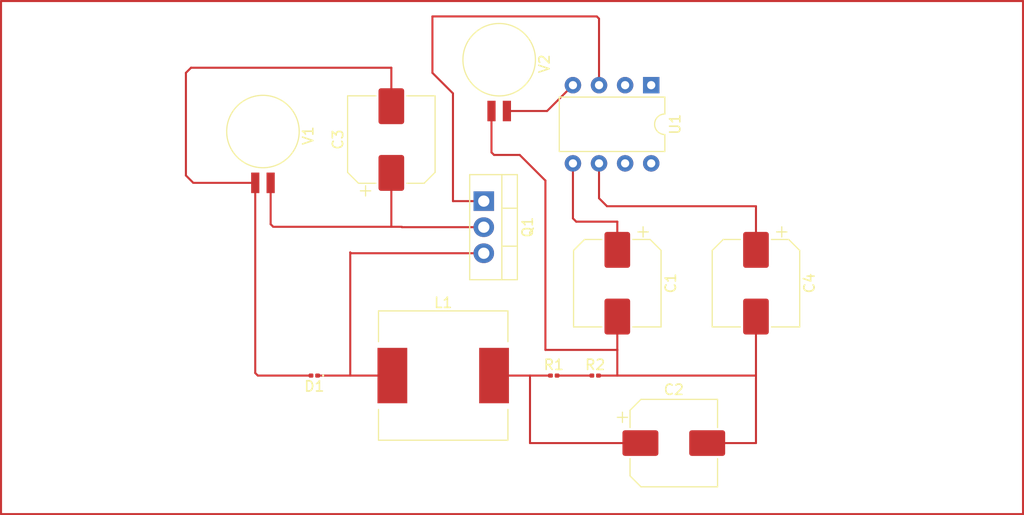
<source format=kicad_pcb>
(kicad_pcb (version 20240108) (generator "pcbnew") (generator_version "8.0")
  (layers (0 "F.Cu" signal) (31 "B.Cu" signal) (34 "B.Paste" user) (35 "F.Paste" user) (36 "B.SilkS" user "B.Silkscreen") (37 "F.SilkS" user "F.Silkscreen") (38 "B.Mask" user) (39 "F.Mask" user) (44 "Edge.Cuts" user))
  (net 0 "")
  (net 1 "Net-(U1-DIS)")
  (net 2 "/Vout")
  (net 3 "GND")
  (net 4 "Net-(Q1-G)")
  (net 5 "Net-(D1-K)")
  (net 6 "Net-(Q1-D)")
  (net 7 "Net-(U1-R)")
  (net 8 "Net-(U1-CV)")
  (footprint "Inductor_SMD:L_12x12mm_H6mm" (layer "F.Cu") (at 171.55 120.5)
    (property "Reference" "L1" (at 0 -7.1 0) (layer "F.SilkS"))
    (property "Value" "33uH")
    (fp_line (start -6.3 -6.3) (end 6.3 -6.3) (stroke (width 0.12)) (layer "F.SilkS"))
    (fp_line (start -6.3 -3.3) (end -6.3 -6.3) (stroke (width 0.12)) (layer "F.SilkS"))
    (fp_line (start -6.3 6.3) (end -6.3 3.3) (stroke (width 0.12)) (layer "F.SilkS"))
    (fp_line (start 6.3 -6.3) (end 6.3 -3.3) (stroke (width 0.12)) (layer "F.SilkS"))
    (fp_line (start 6.3 3.3) (end 6.3 6.3) (stroke (width 0.12)) (layer "F.SilkS"))
    (fp_line (start 6.3 6.3) (end -6.3 6.3) (stroke (width 0.12)) (layer "F.SilkS"))
    (pad "1" smd rect (at -4.95 0) (size 2.9 5.4) (layers "F.Cu" "F.Paste" "F.Mask") (net 5 "Net-(D1-K)"))
    (pad "2" smd rect (at 4.95 0) (size 2.9 5.4) (layers "F.Cu" "F.Paste" "F.Mask") (net 2 "/Vout"))
  )
  (footprint "Capacitor_SMD:CP_Elec_8x10" (layer "F.Cu") (at 188.5 111.5 -90)
    (property "Reference" "C1" (at 0 -5.2 90) (layer "F.SilkS"))
    (property "Value" "10nF")
    (fp_line (start -3.195563 4.26) (end 4.26 4.26) (stroke (width 0.12)) (layer "F.SilkS"))
    (fp_line (start 4.26 4.26) (end 4.26 1.51) (stroke (width 0.12)) (layer "F.SilkS"))
    (fp_line (start -4.26 3.195563) (end -3.195563 4.26) (stroke (width 0.12)) (layer "F.SilkS"))
    (fp_line (start -4.26 3.195563) (end -4.26 1.51) (stroke (width 0.12)) (layer "F.SilkS"))
    (fp_line (start -5.5 -2.51) (end -4.5 -2.51) (stroke (width 0.12)) (layer "F.SilkS"))
    (fp_line (start -5 -3.01) (end -5 -2.01) (stroke (width 0.12)) (layer "F.SilkS"))
    (fp_line (start -4.26 -3.195563) (end -4.26 -1.51) (stroke (width 0.12)) (layer "F.SilkS"))
    (fp_line (start -4.26 -3.195563) (end -3.195563 -4.26) (stroke (width 0.12)) (layer "F.SilkS"))
    (fp_line (start -3.195563 -4.26) (end 4.26 -4.26) (stroke (width 0.12)) (layer "F.SilkS"))
    (fp_line (start 4.26 -4.26) (end 4.26 -1.51) (stroke (width 0.12)) (layer "F.SilkS"))
    (pad "1" smd roundrect (at -3.25 0 270) (size 3.5 2.5) (layers "F.Cu" "F.Paste" "F.Mask") (roundrect_rratio 0.1) (net 8 "Net-(U1-CV)"))
    (pad "2" smd roundrect (at 3.25 0 270) (size 3.5 2.5) (layers "F.Cu" "F.Paste" "F.Mask") (roundrect_rratio 0.1) (net 3 "GND"))
  )
  (footprint "Battery:BatteryHolder_Seiko_MS621F" (layer "F.Cu") (at 177 94.718102 -90)
    (property "Reference" "V2" (at -4.6 -4.4 90) (layer "F.SilkS"))
    (property "Value" "12V")
    (fp_circle (center -5 0) (end -1.47 0) (stroke (width 0.12)) (fill none) (layer "F.SilkS"))
    (pad "1" smd rect (at 0 -0.75 270) (size 2 0.8) (layers "F.Cu" "F.Paste" "F.Mask") (net 7 "Net-(U1-R)"))
    (pad "2" smd rect (at 0 0.75 270) (size 2 0.8) (layers "F.Cu" "F.Paste" "F.Mask") (net 3 "GND"))
  )
  (footprint "Capacitor_SMD:CP_Elec_8x10" (layer "F.Cu") (at 166.5 97.5 90)
    (property "Reference" "C3" (at 0 -5.2 90) (layer "F.SilkS"))
    (property "Value" "22uF")
    (fp_line (start 4.26 -4.26) (end 4.26 -1.51) (stroke (width 0.12)) (layer "F.SilkS"))
    (fp_line (start -3.195563 -4.26) (end 4.26 -4.26) (stroke (width 0.12)) (layer "F.SilkS"))
    (fp_line (start -4.26 -3.195563) (end -3.195563 -4.26) (stroke (width 0.12)) (layer "F.SilkS"))
    (fp_line (start -4.26 -3.195563) (end -4.26 -1.51) (stroke (width 0.12)) (layer "F.SilkS"))
    (fp_line (start -5 -3.01) (end -5 -2.01) (stroke (width 0.12)) (layer "F.SilkS"))
    (fp_line (start -5.5 -2.51) (end -4.5 -2.51) (stroke (width 0.12)) (layer "F.SilkS"))
    (fp_line (start -4.26 3.195563) (end -4.26 1.51) (stroke (width 0.12)) (layer "F.SilkS"))
    (fp_line (start -4.26 3.195563) (end -3.195563 4.26) (stroke (width 0.12)) (layer "F.SilkS"))
    (fp_line (start 4.26 4.26) (end 4.26 1.51) (stroke (width 0.12)) (layer "F.SilkS"))
    (fp_line (start -3.195563 4.26) (end 4.26 4.26) (stroke (width 0.12)) (layer "F.SilkS"))
    (pad "1" smd roundrect (at -3.25 0 90) (size 3.5 2.5) (layers "F.Cu" "F.Paste" "F.Mask") (roundrect_rratio 0.1) (net 6 "Net-(Q1-D)"))
    (pad "2" smd roundrect (at 3.25 0 90) (size 3.5 2.5) (layers "F.Cu" "F.Paste" "F.Mask") (roundrect_rratio 0.1) (net 3 "GND"))
  )
  (footprint "Resistor_SMD:R_0201_0603Metric" (layer "F.Cu") (at 182.315 120.5)
    (property "Reference" "R1" (at 0 -1.05 0) (layer "F.SilkS"))
    (property "Value" "1k")
    (pad "1" smd roundrect (at -0.32 0) (size 0.46 0.4) (layers "F.Cu" "F.Mask") (net 2 "/Vout"))
    (pad "2" smd roundrect (at 0.32 0) (size 0.46 0.4) (layers "F.Cu" "F.Mask") (net 1 "Net-(U1-DIS)"))
  )
  (footprint "Capacitor_SMD:CP_Elec_8x10" (layer "F.Cu") (at 194 127.08)
    (property "Reference" "C2" (at 0 -5.2 0) (layer "F.SilkS"))
    (property "Value" "47uF")
    (fp_line (start -5.5 -2.51) (end -4.5 -2.51) (stroke (width 0.12)) (layer "F.SilkS"))
    (fp_line (start -5 -3.01) (end -5 -2.01) (stroke (width 0.12)) (layer "F.SilkS"))
    (fp_line (start -4.26 -3.195563) (end -4.26 -1.51) (stroke (width 0.12)) (layer "F.SilkS"))
    (fp_line (start -4.26 -3.195563) (end -3.195563 -4.26) (stroke (width 0.12)) (layer "F.SilkS"))
    (fp_line (start -4.26 3.195563) (end -4.26 1.51) (stroke (width 0.12)) (layer "F.SilkS"))
    (fp_line (start -4.26 3.195563) (end -3.195563 4.26) (stroke (width 0.12)) (layer "F.SilkS"))
    (fp_line (start -3.195563 -4.26) (end 4.26 -4.26) (stroke (width 0.12)) (layer "F.SilkS"))
    (fp_line (start -3.195563 4.26) (end 4.26 4.26) (stroke (width 0.12)) (layer "F.SilkS"))
    (fp_line (start 4.26 -4.26) (end 4.26 -1.51) (stroke (width 0.12)) (layer "F.SilkS"))
    (fp_line (start 4.26 4.26) (end 4.26 1.51) (stroke (width 0.12)) (layer "F.SilkS"))
    (pad "1" smd roundrect (at -3.25 0) (size 3.5 2.5) (layers "F.Cu" "F.Paste" "F.Mask") (roundrect_rratio 0.1) (net 2 "/Vout"))
    (pad "2" smd roundrect (at 3.25 0) (size 3.5 2.5) (layers "F.Cu" "F.Paste" "F.Mask") (roundrect_rratio 0.1) (net 3 "GND"))
  )
  (footprint "Diode_SMD:D_0201_0603Metric" (layer "F.Cu") (at 159 120.5 180)
    (property "Reference" "D1" (at 0 -1.05 360) (layer "F.SilkS"))
    (property "Value" "D_Schottky")
    (fp_circle (center -0.86 0) (end -0.81 0) (stroke (width 0.1)) (fill none) (layer "F.SilkS"))
    (pad "1" smd roundrect (at -0.32 0 180) (size 0.46 0.4) (layers "F.Cu" "F.Mask") (net 5 "Net-(D1-K)"))
    (pad "2" smd roundrect (at 0.32 0 180) (size 0.46 0.4) (layers "F.Cu" "F.Mask") (net 3 "GND"))
  )
  (footprint "Capacitor_SMD:CP_Elec_8x10" (layer "F.Cu") (at 202 111.5 -90)
    (property "Reference" "C4" (at 0 -5.2 90) (layer "F.SilkS"))
    (property "Value" "10nF")
    (fp_line (start -3.195563 4.26) (end 4.26 4.26) (stroke (width 0.12)) (layer "F.SilkS"))
    (fp_line (start 4.26 4.26) (end 4.26 1.51) (stroke (width 0.12)) (layer "F.SilkS"))
    (fp_line (start -4.26 3.195563) (end -3.195563 4.26) (stroke (width 0.12)) (layer "F.SilkS"))
    (fp_line (start -4.26 3.195563) (end -4.26 1.51) (stroke (width 0.12)) (layer "F.SilkS"))
    (fp_line (start -5.5 -2.51) (end -4.5 -2.51) (stroke (width 0.12)) (layer "F.SilkS"))
    (fp_line (start -5 -3.01) (end -5 -2.01) (stroke (width 0.12)) (layer "F.SilkS"))
    (fp_line (start -4.26 -3.195563) (end -4.26 -1.51) (stroke (width 0.12)) (layer "F.SilkS"))
    (fp_line (start -4.26 -3.195563) (end -3.195563 -4.26) (stroke (width 0.12)) (layer "F.SilkS"))
    (fp_line (start -3.195563 -4.26) (end 4.26 -4.26) (stroke (width 0.12)) (layer "F.SilkS"))
    (fp_line (start 4.26 -4.26) (end 4.26 -1.51) (stroke (width 0.12)) (layer "F.SilkS"))
    (pad "1" smd roundrect (at -3.25 0 270) (size 3.5 2.5) (layers "F.Cu" "F.Paste" "F.Mask") (roundrect_rratio 0.1) (net 3 "GND"))
    (pad "2" smd roundrect (at 3.25 0 270) (size 3.5 2.5) (layers "F.Cu" "F.Paste" "F.Mask") (roundrect_rratio 0.1) (net 3 "GND"))
  )
  (footprint "Resistor_SMD:R_0201_0603Metric" (layer "F.Cu") (at 186.345 120.5)
    (property "Reference" "R2" (at 0 -1.05 0) (layer "F.SilkS"))
    (property "Value" "10k")
    (pad "1" smd roundrect (at -0.32 0) (size 0.46 0.4) (layers "F.Cu" "F.Mask") (net 1 "Net-(U1-DIS)"))
    (pad "2" smd roundrect (at 0.32 0) (size 0.46 0.4) (layers "F.Cu" "F.Mask") (net 3 "GND"))
  )
  (footprint "Battery:BatteryHolder_Seiko_MS621F" (layer "F.Cu") (at 154 101.718102 -90)
    (property "Reference" "V1" (at -4.6 -4.4 90) (layer "F.SilkS"))
    (property "Value" "24V")
    (fp_circle (center -5 0) (end -1.47 0) (stroke (width 0.12)) (fill none) (layer "F.SilkS"))
    (pad "1" smd rect (at 0 -0.75 270) (size 2 0.8) (layers "F.Cu" "F.Paste" "F.Mask") (net 6 "Net-(Q1-D)"))
    (pad "2" smd rect (at 0 0.75 270) (size 2 0.8) (layers "F.Cu" "F.Paste" "F.Mask") (net 3 "GND"))
  )
  (footprint "Package_TO_SOT_THT:TO-220-3_Vertical" (layer "F.Cu") (at 175.5 103.5 -90)
    (property "Reference" "Q1" (at 2.54 -4.27 90) (layer "F.SilkS"))
    (property "Value" "IRLZ44N")
    (fp_line (start -2.58 1.371) (end 7.66 1.371) (stroke (width 0.12)) (layer "F.SilkS"))
    (fp_line (start -2.58 -1.76) (end 7.66 -1.76) (stroke (width 0.12)) (layer "F.SilkS"))
    (fp_line (start -2.58 -3.27) (end -2.58 1.371) (stroke (width 0.12)) (layer "F.SilkS"))
    (fp_line (start -2.58 -3.27) (end 7.66 -3.27) (stroke (width 0.12)) (layer "F.SilkS"))
    (fp_line (start 0.69 -3.27) (end 0.69 -1.76) (stroke (width 0.12)) (layer "F.SilkS"))
    (fp_line (start 4.391 -3.27) (end 4.391 -1.76) (stroke (width 0.12)) (layer "F.SilkS"))
    (fp_line (start 7.66 -3.27) (end 7.66 1.371) (stroke (width 0.12)) (layer "F.SilkS"))
    (pad "1" thru_hole rect (at 0 0 270) (size 1.905 2) (drill 1.1) (layers "*.Cu" "*.Mask") (net 4 "Net-(Q1-G)"))
    (pad "2" thru_hole oval (at 2.54 0 270) (size 1.905 2) (drill 1.1) (layers "*.Cu" "*.Mask") (net 6 "Net-(Q1-D)"))
    (pad "3" thru_hole oval (at 5.08 0 270) (size 1.905 2) (drill 1.1) (layers "*.Cu" "*.Mask") (net 5 "Net-(D1-K)"))
  )
  (footprint "Package_DIP:DIP-8_W7.62mm" (layer "F.Cu") (at 191.8 92.2 -90)
    (property "Reference" "U1" (at 3.81 -2.33 90) (layer "F.SilkS"))
    (property "Value" "NE555P")
    (fp_line (start 1.16 8.95) (end 6.46 8.95) (stroke (width 0.12)) (layer "F.SilkS"))
    (fp_line (start 6.46 8.95) (end 6.46 -1.33) (stroke (width 0.12)) (layer "F.SilkS"))
    (fp_line (start 1.16 -1.33) (end 1.16 8.95) (stroke (width 0.12)) (layer "F.SilkS"))
    (fp_line (start 2.81 -1.33) (end 1.16 -1.33) (stroke (width 0.12)) (layer "F.SilkS"))
    (fp_line (start 6.46 -1.33) (end 4.81 -1.33) (stroke (width 0.12)) (layer "F.SilkS"))
    (fp_arc (start 4.81 -1.33) (mid 3.81 -0.33) (end 2.81 -1.33) (stroke (width 0.12)) (layer "F.SilkS"))
    (pad "1" thru_hole rect (at 0 0 270) (size 1.6 1.6) (drill 0.8) (layers "*.Cu" "*.Mask") (net 3 "GND"))
    (pad "2" thru_hole oval (at 0 2.54 270) (size 1.6 1.6) (drill 0.8) (layers "*.Cu" "*.Mask") (net 3 "GND"))
    (pad "3" thru_hole oval (at 0 5.08 270) (size 1.6 1.6) (drill 0.8) (layers "*.Cu" "*.Mask") (net 4 "Net-(Q1-G)"))
    (pad "4" thru_hole oval (at 0 7.62 270) (size 1.6 1.6) (drill 0.8) (layers "*.Cu" "*.Mask") (net 7 "Net-(U1-R)"))
    (pad "5" thru_hole oval (at 7.62 7.62 270) (size 1.6 1.6) (drill 0.8) (layers "*.Cu" "*.Mask") (net 8 "Net-(U1-CV)"))
    (pad "6" thru_hole oval (at 7.62 5.08 270) (size 1.6 1.6) (drill 0.8) (layers "*.Cu" "*.Mask") (net 3 "GND"))
    (pad "7" thru_hole oval (at 7.62 2.54 270) (size 1.6 1.6) (drill 0.8) (layers "*.Cu" "*.Mask") (net 1 "Net-(U1-DIS)"))
    (pad "8" thru_hole oval (at 7.62 0 270) (size 1.6 1.6) (drill 0.8) (layers "*.Cu" "*.Mask") (net 7 "Net-(U1-R)"))
  )
  (gr_line (start 228 84) (end 128.5 84) (stroke (width 0.2)) (layer "F.Cu"))
  (gr_line (start 228 134) (end 128.5 134) (stroke (width 0.2)) (layer "F.Cu"))
  (gr_line (start 228 134) (end 228 84) (stroke (width 0.2)) (layer "F.Cu"))
  (gr_line (start 128.5 134) (end 128.5 84) (stroke (width 0.2)) (layer "F.Cu"))
  (segment (start 182.635 120.5) (end 186.025 120.5) (width 0.2) (layer "F.Cu") (net 1))
  (segment (start 181.995 120.5) (end 180 120.5) (width 0.2) (layer "F.Cu") (net 2))
  (segment (start 180 120.5) (end 176.5 120.5) (width 0.2) (layer "F.Cu") (net 2))
  (segment (start 190.75 127.08) (end 180 127.08) (width 0.2) (layer "F.Cu") (net 2))
  (segment (start 180 127.08) (end 180 120.5) (width 0.2) (layer "F.Cu") (net 2))
  (segment (start 146.5 101) (end 147.218102 101.718102) (width 0.2) (layer "F.Cu") (net 3))
  (segment (start 202 104) (end 187.5 104) (width 0.2) (layer "F.Cu") (net 3))
  (segment (start 147 90.5) (end 146.5 91) (width 0.2) (layer "F.Cu") (net 3))
  (segment (start 202 108.25) (end 202 104) (width 0.2) (layer "F.Cu") (net 3))
  (segment (start 176.25 94.718102) (end 176.25 98.75) (width 0.2) (layer "F.Cu") (net 3))
  (segment (start 187.5 104) (end 186.72 103.22) (width 0.2) (layer "F.Cu") (net 3))
  (segment (start 147.218102 101.718102) (end 153.25 101.718102) (width 0.2) (layer "F.Cu") (net 3))
  (segment (start 146.5 91) (end 146.5 101) (width 0.2) (layer "F.Cu") (net 3))
  (segment (start 186.72 103.22) (end 186.72 99.82) (width 0.2) (layer "F.Cu") (net 3))
  (segment (start 176.5 99) (end 179 99) (width 0.2) (layer "F.Cu") (net 3))
  (segment (start 166.5 90.5) (end 147 90.5) (width 0.2) (layer "F.Cu") (net 3))
  (segment (start 181.5 118) (end 188.5 118) (width 0.2) (layer "F.Cu") (net 3))
  (segment (start 166.5 94.25) (end 166.5 90.5) (width 0.2) (layer "F.Cu") (net 3))
  (segment (start 153.5 120.5) (end 158.68 120.5) (width 0.2) (layer "F.Cu") (net 3))
  (segment (start 202 120.5) (end 202 114.75) (width 0.2) (layer "F.Cu") (net 3))
  (segment (start 186.665 120.5) (end 188.5 120.5) (width 0.2) (layer "F.Cu") (net 3))
  (segment (start 179 99) (end 181.5 101.5) (width 0.2) (layer "F.Cu") (net 3))
  (segment (start 181.5 101.5) (end 181.5 118) (width 0.2) (layer "F.Cu") (net 3))
  (segment (start 197.25 127.08) (end 202 127.08) (width 0.2) (layer "F.Cu") (net 3))
  (segment (start 202 127.08) (end 202 120.5) (width 0.2) (layer "F.Cu") (net 3))
  (segment (start 188.5 118) (end 188.5 114.75) (width 0.2) (layer "F.Cu") (net 3))
  (segment (start 188.5 120.5) (end 188.5 118) (width 0.2) (layer "F.Cu") (net 3))
  (segment (start 188.5 120.5) (end 202 120.5) (width 0.2) (layer "F.Cu") (net 3))
  (segment (start 176.25 98.75) (end 176.5 99) (width 0.2) (layer "F.Cu") (net 3))
  (segment (start 153.25 101.718102) (end 153.25 120.25) (width 0.2) (layer "F.Cu") (net 3))
  (segment (start 153.25 120.25) (end 153.5 120.5) (width 0.2) (layer "F.Cu") (net 3))
  (segment (start 186.5 85.5) (end 186.72 85.72) (width 0.2) (layer "F.Cu") (net 4))
  (segment (start 172.5 103.5) (end 172.5 93) (width 0.2) (layer "F.Cu") (net 4))
  (segment (start 170.5 85.5) (end 186.5 85.5) (width 0.2) (layer "F.Cu") (net 4))
  (segment (start 170.5 91) (end 170.5 85.5) (width 0.2) (layer "F.Cu") (net 4))
  (segment (start 186.72 85.72) (end 186.72 92.2) (width 0.2) (layer "F.Cu") (net 4))
  (segment (start 172.5 93) (end 170.5 91) (width 0.2) (layer "F.Cu") (net 4))
  (segment (start 175.5 103.5) (end 172.5 103.5) (width 0.2) (layer "F.Cu") (net 4))
  (segment (start 162.58 108.58) (end 162.5 108.5) (width 0.2) (layer "F.Cu") (net 5))
  (segment (start 159.32 120.5) (end 162.5 120.5) (width 0.2) (layer "F.Cu") (net 5))
  (segment (start 162.5 108.5) (end 162.5 120.5) (width 0.2) (layer "F.Cu") (net 5))
  (segment (start 175.5 108.58) (end 162.58 108.58) (width 0.2) (layer "F.Cu") (net 5))
  (segment (start 162.5 120.5) (end 166.6 120.5) (width 0.2) (layer "F.Cu") (net 5))
  (segment (start 166.5 106) (end 167.5 106) (width 0.2) (layer "F.Cu") (net 6))
  (segment (start 167.5 106) (end 167.54 106.04) (width 0.2) (layer "F.Cu") (net 6))
  (segment (start 154.75 101.718102) (end 154.75 105.75) (width 0.2) (layer "F.Cu") (net 6))
  (segment (start 155 106) (end 166.5 106) (width 0.2) (layer "F.Cu") (net 6))
  (segment (start 166.5 100.75) (end 166.5 106) (width 0.2) (layer "F.Cu") (net 6))
  (segment (start 154.75 105.75) (end 155 106) (width 0.2) (layer "F.Cu") (net 6))
  (segment (start 167.54 106.04) (end 175.5 106.04) (width 0.2) (layer "F.Cu") (net 6))
  (segment (start 181.661898 94.718102) (end 184.18 92.2) (width 0.2) (layer "F.Cu") (net 7))
  (segment (start 177.75 94.718102) (end 181.661898 94.718102) (width 0.2) (layer "F.Cu") (net 7))
  (segment (start 188.5 105.5) (end 184.5 105.5) (width 0.2) (layer "F.Cu") (net 8))
  (segment (start 184.5 105.5) (end 184.18 105.18) (width 0.2) (layer "F.Cu") (net 8))
  (segment (start 184.18 105.18) (end 184.18 99.82) (width 0.2) (layer "F.Cu") (net 8))
  (segment (start 188.68 108.07) (end 188.5 108.25) (width 0.2) (layer "F.Cu") (net 8))
  (segment (start 188.5 108.25) (end 188.5 105.5) (width 0.2) (layer "F.Cu") (net 8))
)
</source>
